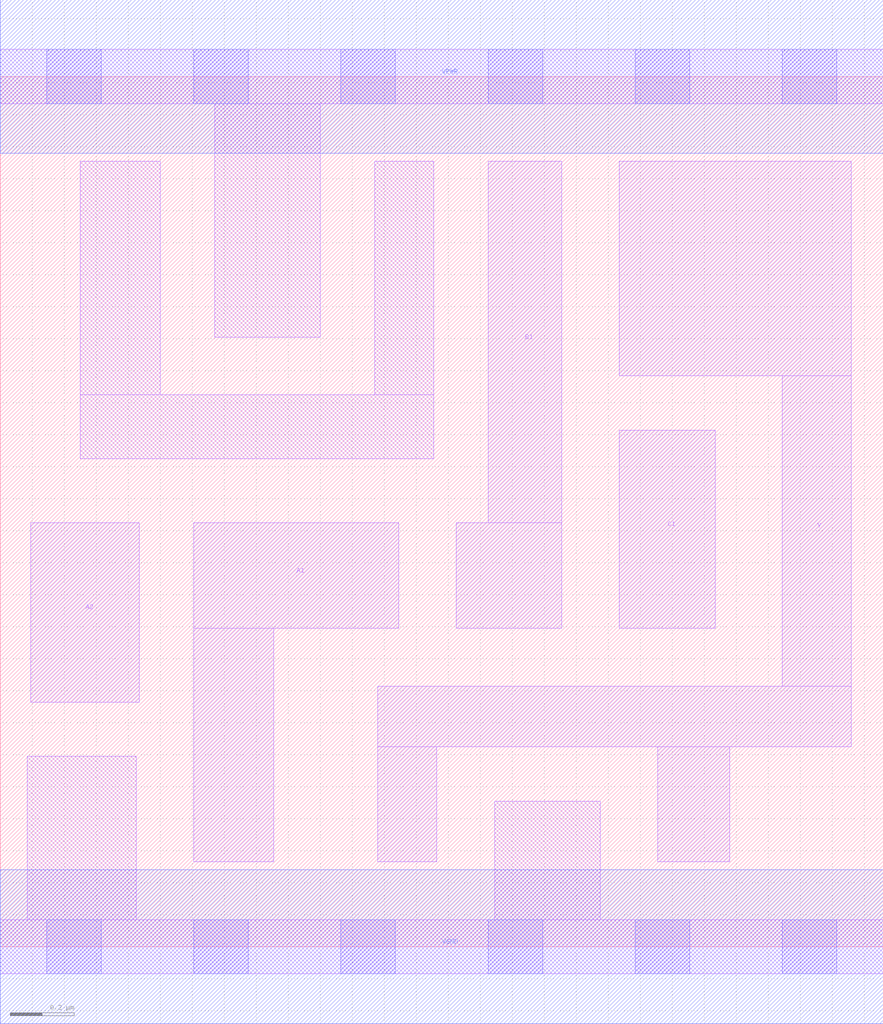
<source format=lef>
# Copyright 2020 The SkyWater PDK Authors
#
# Licensed under the Apache License, Version 2.0 (the "License");
# you may not use this file except in compliance with the License.
# You may obtain a copy of the License at
#
#     https://www.apache.org/licenses/LICENSE-2.0
#
# Unless required by applicable law or agreed to in writing, software
# distributed under the License is distributed on an "AS IS" BASIS,
# WITHOUT WARRANTIES OR CONDITIONS OF ANY KIND, either express or implied.
# See the License for the specific language governing permissions and
# limitations under the License.
#
# SPDX-License-Identifier: Apache-2.0

VERSION 5.7 ;
  NAMESCASESENSITIVE ON ;
  NOWIREEXTENSIONATPIN ON ;
  DIVIDERCHAR "/" ;
  BUSBITCHARS "[]" ;
UNITS
  DATABASE MICRONS 200 ;
END UNITS
MACRO sky130_fd_sc_hd__a211oi_1
  CLASS CORE ;
  SOURCE USER ;
  FOREIGN sky130_fd_sc_hd__a211oi_1 ;
  ORIGIN  0.000000  0.000000 ;
  SIZE  2.760000 BY  2.720000 ;
  SYMMETRY X Y R90 ;
  SITE unithd ;
  PIN A1
    ANTENNAGATEAREA  0.247500 ;
    DIRECTION INPUT ;
    USE SIGNAL ;
    PORT
      LAYER li1 ;
        RECT 0.605000 0.265000 0.855000 0.995000 ;
        RECT 0.605000 0.995000 1.245000 1.325000 ;
    END
  END A1
  PIN A2
    ANTENNAGATEAREA  0.247500 ;
    DIRECTION INPUT ;
    USE SIGNAL ;
    PORT
      LAYER li1 ;
        RECT 0.095000 0.765000 0.435000 1.325000 ;
    END
  END A2
  PIN B1
    ANTENNAGATEAREA  0.247500 ;
    DIRECTION INPUT ;
    USE SIGNAL ;
    PORT
      LAYER li1 ;
        RECT 1.425000 0.995000 1.755000 1.325000 ;
        RECT 1.525000 1.325000 1.755000 2.455000 ;
    END
  END B1
  PIN C1
    ANTENNAGATEAREA  0.247500 ;
    DIRECTION INPUT ;
    USE SIGNAL ;
    PORT
      LAYER li1 ;
        RECT 1.935000 0.995000 2.235000 1.615000 ;
    END
  END C1
  PIN Y
    ANTENNADIFFAREA  0.619250 ;
    DIRECTION OUTPUT ;
    USE SIGNAL ;
    PORT
      LAYER li1 ;
        RECT 1.180000 0.265000 1.365000 0.625000 ;
        RECT 1.180000 0.625000 2.660000 0.815000 ;
        RECT 1.935000 1.785000 2.660000 2.455000 ;
        RECT 2.055000 0.265000 2.280000 0.625000 ;
        RECT 2.445000 0.815000 2.660000 1.785000 ;
    END
  END Y
  PIN VGND
    DIRECTION INOUT ;
    SHAPE ABUTMENT ;
    USE GROUND ;
    PORT
      LAYER met1 ;
        RECT 0.000000 -0.240000 2.760000 0.240000 ;
    END
  END VGND
  PIN VPWR
    DIRECTION INOUT ;
    SHAPE ABUTMENT ;
    USE POWER ;
    PORT
      LAYER met1 ;
        RECT 0.000000 2.480000 2.760000 2.960000 ;
    END
  END VPWR
  OBS
    LAYER li1 ;
      RECT 0.000000 -0.085000 2.760000 0.085000 ;
      RECT 0.000000  2.635000 2.760000 2.805000 ;
      RECT 0.085000  0.085000 0.425000 0.595000 ;
      RECT 0.250000  1.525000 1.355000 1.725000 ;
      RECT 0.250000  1.725000 0.500000 2.455000 ;
      RECT 0.670000  1.905000 1.000000 2.635000 ;
      RECT 1.170000  1.725000 1.355000 2.455000 ;
      RECT 1.545000  0.085000 1.875000 0.455000 ;
    LAYER mcon ;
      RECT 0.145000 -0.085000 0.315000 0.085000 ;
      RECT 0.145000  2.635000 0.315000 2.805000 ;
      RECT 0.605000 -0.085000 0.775000 0.085000 ;
      RECT 0.605000  2.635000 0.775000 2.805000 ;
      RECT 1.065000 -0.085000 1.235000 0.085000 ;
      RECT 1.065000  2.635000 1.235000 2.805000 ;
      RECT 1.525000 -0.085000 1.695000 0.085000 ;
      RECT 1.525000  2.635000 1.695000 2.805000 ;
      RECT 1.985000 -0.085000 2.155000 0.085000 ;
      RECT 1.985000  2.635000 2.155000 2.805000 ;
      RECT 2.445000 -0.085000 2.615000 0.085000 ;
      RECT 2.445000  2.635000 2.615000 2.805000 ;
  END
END sky130_fd_sc_hd__a211oi_1
END LIBRARY

</source>
